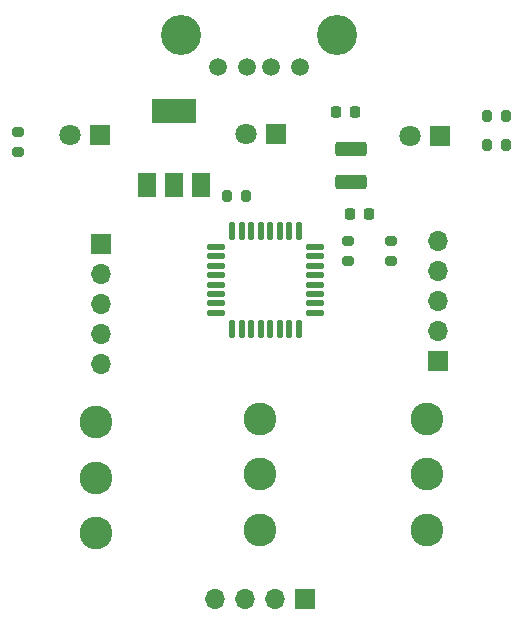
<source format=gts>
G04 #@! TF.GenerationSoftware,KiCad,Pcbnew,7.0.1*
G04 #@! TF.CreationDate,2023-08-25T12:02:58+10:00*
G04 #@! TF.ProjectId,firetruck controller,66697265-7472-4756-936b-20636f6e7472,rev?*
G04 #@! TF.SameCoordinates,Original*
G04 #@! TF.FileFunction,Soldermask,Top*
G04 #@! TF.FilePolarity,Negative*
%FSLAX46Y46*%
G04 Gerber Fmt 4.6, Leading zero omitted, Abs format (unit mm)*
G04 Created by KiCad (PCBNEW 7.0.1) date 2023-08-25 12:02:58*
%MOMM*%
%LPD*%
G01*
G04 APERTURE LIST*
G04 Aperture macros list*
%AMRoundRect*
0 Rectangle with rounded corners*
0 $1 Rounding radius*
0 $2 $3 $4 $5 $6 $7 $8 $9 X,Y pos of 4 corners*
0 Add a 4 corners polygon primitive as box body*
4,1,4,$2,$3,$4,$5,$6,$7,$8,$9,$2,$3,0*
0 Add four circle primitives for the rounded corners*
1,1,$1+$1,$2,$3*
1,1,$1+$1,$4,$5*
1,1,$1+$1,$6,$7*
1,1,$1+$1,$8,$9*
0 Add four rect primitives between the rounded corners*
20,1,$1+$1,$2,$3,$4,$5,0*
20,1,$1+$1,$4,$5,$6,$7,0*
20,1,$1+$1,$6,$7,$8,$9,0*
20,1,$1+$1,$8,$9,$2,$3,0*%
G04 Aperture macros list end*
%ADD10C,2.775000*%
%ADD11R,1.500000X2.000000*%
%ADD12R,3.800000X2.000000*%
%ADD13R,1.800000X1.800000*%
%ADD14C,1.800000*%
%ADD15RoundRect,0.225000X0.225000X0.250000X-0.225000X0.250000X-0.225000X-0.250000X0.225000X-0.250000X0*%
%ADD16RoundRect,0.250000X-1.075000X0.375000X-1.075000X-0.375000X1.075000X-0.375000X1.075000X0.375000X0*%
%ADD17C,1.500000*%
%ADD18C,3.400000*%
%ADD19RoundRect,0.200000X0.275000X-0.200000X0.275000X0.200000X-0.275000X0.200000X-0.275000X-0.200000X0*%
%ADD20RoundRect,0.200000X-0.275000X0.200000X-0.275000X-0.200000X0.275000X-0.200000X0.275000X0.200000X0*%
%ADD21RoundRect,0.125000X-0.625000X-0.125000X0.625000X-0.125000X0.625000X0.125000X-0.625000X0.125000X0*%
%ADD22RoundRect,0.125000X-0.125000X-0.625000X0.125000X-0.625000X0.125000X0.625000X-0.125000X0.625000X0*%
%ADD23RoundRect,0.200000X0.200000X0.275000X-0.200000X0.275000X-0.200000X-0.275000X0.200000X-0.275000X0*%
%ADD24RoundRect,0.225000X-0.225000X-0.250000X0.225000X-0.250000X0.225000X0.250000X-0.225000X0.250000X0*%
%ADD25R,1.700000X1.700000*%
%ADD26O,1.700000X1.700000*%
%ADD27RoundRect,0.200000X-0.200000X-0.275000X0.200000X-0.275000X0.200000X0.275000X-0.200000X0.275000X0*%
G04 APERTURE END LIST*
D10*
X201720000Y-60460000D03*
X201720000Y-65160000D03*
X201720000Y-69860000D03*
D11*
X206050000Y-40390000D03*
X208350000Y-40390000D03*
X210650000Y-40390000D03*
D12*
X208350000Y-34090000D03*
D13*
X202075000Y-36160000D03*
D14*
X199535000Y-36160000D03*
D15*
X223640000Y-34230000D03*
X222090000Y-34230000D03*
D16*
X223360000Y-37360000D03*
X223360000Y-40160000D03*
D17*
X219040000Y-30396500D03*
X216540000Y-30396500D03*
X214540000Y-30396500D03*
X212040000Y-30396500D03*
D18*
X222110000Y-27686500D03*
X208970000Y-27686500D03*
D13*
X230825000Y-36250000D03*
D14*
X228285000Y-36250000D03*
D19*
X195140000Y-37575000D03*
X195140000Y-35925000D03*
D20*
X223080000Y-45135000D03*
X223080000Y-46785000D03*
D21*
X211915000Y-45610000D03*
X211915000Y-46410000D03*
X211915000Y-47210000D03*
X211915000Y-48010000D03*
X211915000Y-48810000D03*
X211915000Y-49610000D03*
X211915000Y-50410000D03*
X211915000Y-51210000D03*
D22*
X213290000Y-52585000D03*
X214090000Y-52585000D03*
X214890000Y-52585000D03*
X215690000Y-52585000D03*
X216490000Y-52585000D03*
X217290000Y-52585000D03*
X218090000Y-52585000D03*
X218890000Y-52585000D03*
D21*
X220265000Y-51210000D03*
X220265000Y-50410000D03*
X220265000Y-49610000D03*
X220265000Y-48810000D03*
X220265000Y-48010000D03*
X220265000Y-47210000D03*
X220265000Y-46410000D03*
X220265000Y-45610000D03*
D22*
X218890000Y-44235000D03*
X218090000Y-44235000D03*
X217290000Y-44235000D03*
X216490000Y-44235000D03*
X215690000Y-44235000D03*
X214890000Y-44235000D03*
X214090000Y-44235000D03*
X213290000Y-44235000D03*
D23*
X236470000Y-34520000D03*
X234820000Y-34520000D03*
D10*
X229750000Y-60150000D03*
X229750000Y-64850000D03*
X229750000Y-69550000D03*
D24*
X223260000Y-42860000D03*
X224810000Y-42860000D03*
D25*
X230710000Y-55320000D03*
D26*
X230710000Y-52780000D03*
X230710000Y-50240000D03*
X230710000Y-47700000D03*
X230710000Y-45160000D03*
D27*
X212815000Y-41280000D03*
X214465000Y-41280000D03*
D10*
X215650000Y-60160000D03*
X215650000Y-64860000D03*
X215650000Y-69560000D03*
D13*
X217015000Y-36050000D03*
D14*
X214475000Y-36050000D03*
D25*
X219400000Y-75440000D03*
D26*
X216860000Y-75440000D03*
X214320000Y-75440000D03*
X211780000Y-75440000D03*
D19*
X226750000Y-46805000D03*
X226750000Y-45155000D03*
D25*
X202140000Y-45360000D03*
D26*
X202140000Y-47900000D03*
X202140000Y-50440000D03*
X202140000Y-52980000D03*
X202140000Y-55520000D03*
D23*
X236470000Y-37030000D03*
X234820000Y-37030000D03*
M02*

</source>
